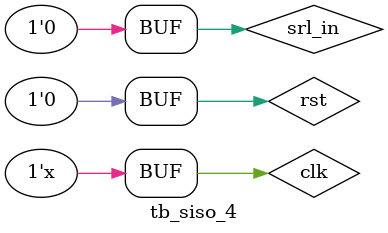
<source format=v>
`timescale 1ns / 1ps


module tb_siso_4;

	// Inputs
	reg srl_in;
	reg clk;
	reg rst;

	// Outputs
	wire srl_out;

	// Instantiate the Unit Under Test (UUT)
	siso_4 uut (
		.srl_in(srl_in), 
		.clk(clk), 
		.rst(rst), 
		.srl_out(srl_out)
	);

	
	always #50 clk=~clk;
	initial begin
	   clk=0;
		rst = 1;
		srl_in=0;
		#100;
		
		rst=0;
		srl_in = 1;
		#100;
		
		rst=0;
		srl_in = 0;
		#100;
		
		rst=0;
		srl_in = 1;
		#100;
		
		rst=0;
		srl_in = 0;
		#100;
		
    end
      
endmodule


</source>
